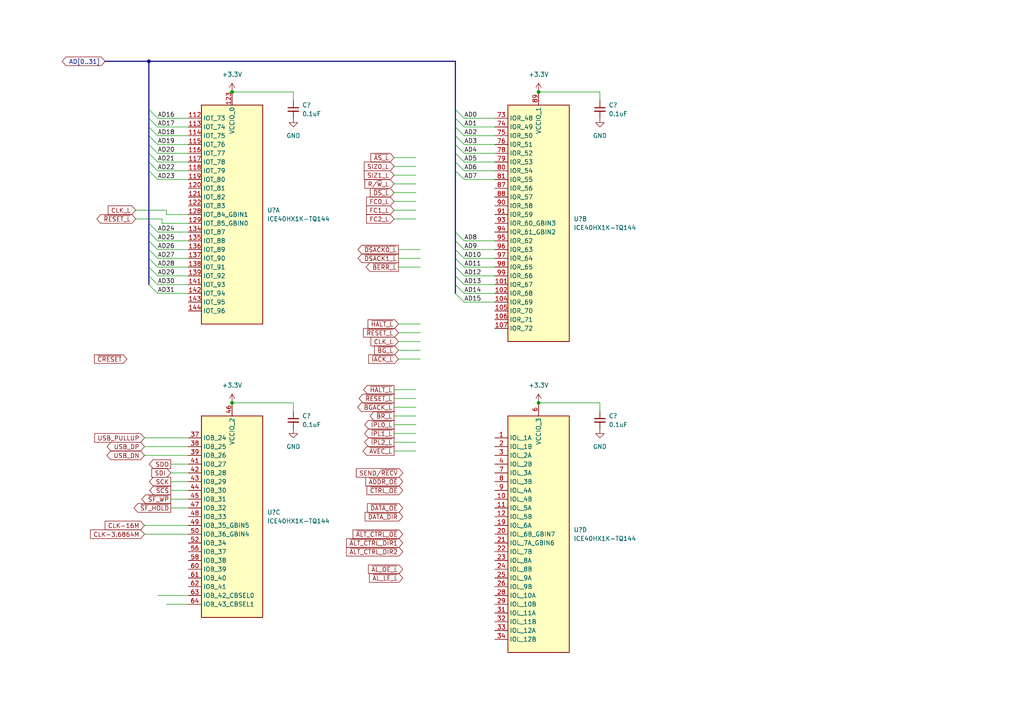
<source format=kicad_sch>
(kicad_sch (version 20211123) (generator eeschema)
  (paper "A4")
  (lib_symbols
    (symbol "Device:C_Small" (pin_numbers hide) (pin_names (offset 0.254) hide)
      (property "Reference" "C" (at 0.254 1.778 0))
      (property "Value" "C_Small" (at 0.254 -2.032 0))
      (symbol "C_Small_0_1"
        (polyline (pts (xy -1.524 -0.508) (xy 1.524 -0.508)) (stroke (width 0.3302)))
        (polyline (pts (xy -1.524 0.508) (xy 1.524 0.508)) (stroke (width 0.3048)))
      )
      (symbol "C_Small_1_1"
        (pin passive line (at 0 2.54 270) (length 2.032) (name "~") (number "1"))
        (pin passive line (at 0 -2.54 90) (length 2.032) (name "~") (number "2"))
      )
    )
    (symbol "FPGA_Lattice:ICE40HX1K-TQ144"
      (property "Reference" "U" (at -6.35 36.83 0))
      (property "Value" "ICE40HX1K-TQ144" (at 10.16 36.83 0))
      (symbol "ICE40HX1K-TQ144_1_1"
        (rectangle (start -8.89 31.75) (end 8.89 -31.75) (stroke (width 0.254)) (fill (type background)))
        (pin bidirectional line (at -12.7 27.94 0) (length 3.81) (name "IOT_73") (number "112"))
        (pin bidirectional line (at -12.7 25.4 0) (length 3.81) (name "IOT_74") (number "113"))
        (pin bidirectional line (at -12.7 22.86 0) (length 3.81) (name "IOT_75") (number "114"))
        (pin bidirectional line (at -12.7 20.32 0) (length 3.81) (name "IOT_76") (number "115"))
        (pin bidirectional line (at -12.7 17.78 0) (length 3.81) (name "IOT_77") (number "116"))
        (pin bidirectional line (at -12.7 15.24 0) (length 3.81) (name "IOT_78") (number "117"))
        (pin bidirectional line (at -12.7 12.7 0) (length 3.81) (name "IOT_79") (number "118"))
        (pin bidirectional line (at -12.7 10.16 0) (length 3.81) (name "IOT_80") (number "119"))
        (pin bidirectional line (at -12.7 7.62 0) (length 3.81) (name "IOT_81") (number "120"))
        (pin bidirectional line (at -12.7 5.08 0) (length 3.81) (name "IOT_82") (number "121"))
        (pin bidirectional line (at -12.7 2.54 0) (length 3.81) (name "IOT_83") (number "122"))
        (pin power_in line (at 0 35.56 270) (length 3.81) (name "VCCIO_0") (number "123"))
        (pin bidirectional line (at -12.7 0 0) (length 3.81) (name "IOT_84_GBIN1") (number "128"))
        (pin bidirectional line (at -12.7 -2.54 0) (length 3.81) (name "IOT_85_GBIN0") (number "129"))
        (pin passive line (at 0 35.56 270) (length 3.81) hide (name "VCCIO_0") (number "133"))
        (pin bidirectional line (at -12.7 -5.08 0) (length 3.81) (name "IOT_87") (number "134"))
        (pin bidirectional line (at -12.7 -7.62 0) (length 3.81) (name "IOT_88") (number "135"))
        (pin bidirectional line (at -12.7 -10.16 0) (length 3.81) (name "IOT_89") (number "136"))
        (pin bidirectional line (at -12.7 -12.7 0) (length 3.81) (name "IOT_90") (number "137"))
        (pin bidirectional line (at -12.7 -15.24 0) (length 3.81) (name "IOT_91") (number "138"))
        (pin bidirectional line (at -12.7 -17.78 0) (length 3.81) (name "IOT_92") (number "139"))
        (pin bidirectional line (at -12.7 -20.32 0) (length 3.81) (name "IOT_93") (number "141"))
        (pin bidirectional line (at -12.7 -22.86 0) (length 3.81) (name "IOT_94") (number "142"))
        (pin bidirectional line (at -12.7 -25.4 0) (length 3.81) (name "IOT_95") (number "143"))
        (pin bidirectional line (at -12.7 -27.94 0) (length 3.81) (name "IOT_96") (number "144"))
        (pin no_connect line (at 7.62 10.16 180) (length 3.81) hide (name "NC") (number "15"))
        (pin no_connect line (at 7.62 7.62 180) (length 3.81) hide (name "NC") (number "16"))
        (pin no_connect line (at 7.62 5.08 180) (length 3.81) hide (name "NC") (number "17"))
        (pin no_connect line (at 7.62 -7.62 180) (length 3.81) hide (name "NC") (number "18"))
        (pin no_connect line (at 7.62 -10.16 180) (length 3.81) hide (name "NC") (number "77"))
      )
      (symbol "ICE40HX1K-TQ144_2_1"
        (rectangle (start -8.89 34.29) (end 8.89 -34.29) (stroke (width 0.254)) (fill (type background)))
        (pin passive line (at 0 38.1 270) (length 3.81) hide (name "VCCIO_1") (number "100"))
        (pin bidirectional line (at -12.7 -17.78 0) (length 3.81) (name "IOR_67") (number "101"))
        (pin bidirectional line (at -12.7 -20.32 0) (length 3.81) (name "IOR_68") (number "102"))
        (pin bidirectional line (at -12.7 -22.86 0) (length 3.81) (name "IOR_69") (number "104"))
        (pin bidirectional line (at -12.7 -25.4 0) (length 3.81) (name "IOR_70") (number "105"))
        (pin bidirectional line (at -12.7 -27.94 0) (length 3.81) (name "IOR_71") (number "106"))
        (pin bidirectional line (at -12.7 -30.48 0) (length 3.81) (name "IOR_72") (number "107"))
        (pin no_connect line (at 7.62 10.16 180) (length 3.81) hide (name "NC") (number "40"))
        (pin no_connect line (at 7.62 7.62 180) (length 3.81) hide (name "NC") (number "53"))
        (pin no_connect line (at 7.62 5.08 180) (length 3.81) hide (name "NC") (number "54"))
        (pin no_connect line (at 7.62 -7.62 180) (length 3.81) hide (name "NC") (number "55"))
        (pin bidirectional line (at -12.7 30.48 0) (length 3.81) (name "IOR_48") (number "73"))
        (pin bidirectional line (at -12.7 27.94 0) (length 3.81) (name "IOR_49") (number "74"))
        (pin bidirectional line (at -12.7 25.4 0) (length 3.81) (name "IOR_50") (number "75"))
        (pin bidirectional line (at -12.7 22.86 0) (length 3.81) (name "IOR_51") (number "76"))
        (pin bidirectional line (at -12.7 20.32 0) (length 3.81) (name "IOR_52") (number "78"))
        (pin bidirectional line (at -12.7 17.78 0) (length 3.81) (name "IOR_53") (number "79"))
        (pin bidirectional line (at -12.7 15.24 0) (length 3.81) (name "IOR_54") (number "80"))
        (pin bidirectional line (at -12.7 12.7 0) (length 3.81) (name "IOR_55") (number "81"))
        (pin no_connect line (at 7.62 -10.16 180) (length 3.81) hide (name "NC") (number "82"))
        (pin bidirectional line (at -12.7 10.16 0) (length 3.81) (name "IOR_56") (number "87"))
        (pin bidirectional line (at -12.7 7.62 0) (length 3.81) (name "IOR_57") (number "88"))
        (pin power_in line (at 0 38.1 270) (length 3.81) (name "VCCIO_1") (number "89"))
        (pin bidirectional line (at -12.7 5.08 0) (length 3.81) (name "IOR_58") (number "90"))
        (pin bidirectional line (at -12.7 2.54 0) (length 3.81) (name "IOR_59") (number "91"))
        (pin bidirectional line (at -12.7 0 0) (length 3.81) (name "IOR_60_GBIN3") (number "93"))
        (pin bidirectional line (at -12.7 -2.54 0) (length 3.81) (name "IOR_61_GBIN2") (number "94"))
        (pin bidirectional line (at -12.7 -5.08 0) (length 3.81) (name "IOR_62") (number "95"))
        (pin bidirectional line (at -12.7 -7.62 0) (length 3.81) (name "IOR_63") (number "96"))
        (pin bidirectional line (at -12.7 -10.16 0) (length 3.81) (name "IOR_64") (number "97"))
        (pin bidirectional line (at -12.7 -12.7 0) (length 3.81) (name "IOR_65") (number "98"))
        (pin bidirectional line (at -12.7 -15.24 0) (length 3.81) (name "IOR_66") (number "99"))
      )
      (symbol "ICE40HX1K-TQ144_3_1"
        (rectangle (start -8.89 29.21) (end 8.89 -29.21) (stroke (width 0.254)) (fill (type background)))
        (pin no_connect line (at 7.62 -10.16 180) (length 3.81) hide (name "NC") (number "110"))
        (pin no_connect line (at 7.62 -17.78 180) (length 3.81) hide (name "NC") (number "124"))
        (pin bidirectional line (at -12.7 22.86 0) (length 3.81) (name "IOB_24") (number "37"))
        (pin bidirectional line (at -12.7 20.32 0) (length 3.81) (name "IOB_25") (number "38"))
        (pin bidirectional line (at -12.7 17.78 0) (length 3.81) (name "IOB_26") (number "39"))
        (pin bidirectional line (at -12.7 15.24 0) (length 3.81) (name "IOB_27") (number "41"))
        (pin bidirectional line (at -12.7 12.7 0) (length 3.81) (name "IOB_28") (number "42"))
        (pin bidirectional line (at -12.7 10.16 0) (length 3.81) (name "IOB_29") (number "43"))
        (pin bidirectional line (at -12.7 7.62 0) (length 3.81) (name "IOB_30") (number "44"))
        (pin bidirectional line (at -12.7 5.08 0) (length 3.81) (name "IOB_31") (number "45"))
        (pin power_in line (at 0 33.02 270) (length 3.81) (name "VCCIO_2") (number "46"))
        (pin bidirectional line (at -12.7 2.54 0) (length 3.81) (name "IOB_32") (number "47"))
        (pin bidirectional line (at -12.7 0 0) (length 3.81) (name "IOB_33") (number "48"))
        (pin bidirectional line (at -12.7 -2.54 0) (length 3.81) (name "IOB_35_GBIN5") (number "49"))
        (pin bidirectional line (at -12.7 -5.08 0) (length 3.81) (name "IOB_36_GBIN4") (number "50"))
        (pin bidirectional line (at -12.7 -7.62 0) (length 3.81) (name "IOB_34") (number "52"))
        (pin bidirectional line (at -12.7 -10.16 0) (length 3.81) (name "IOB_37") (number "56"))
        (pin passive line (at 0 33.02 270) (length 3.81) hide (name "VCCIO_2") (number "57"))
        (pin bidirectional line (at -12.7 -12.7 0) (length 3.81) (name "IOB_38") (number "58"))
        (pin bidirectional line (at -12.7 -15.24 0) (length 3.81) (name "IOB_39") (number "60"))
        (pin bidirectional line (at -12.7 -17.78 0) (length 3.81) (name "IOB_40") (number "61"))
        (pin bidirectional line (at -12.7 -20.32 0) (length 3.81) (name "IOB_41") (number "62"))
        (pin bidirectional line (at -12.7 -22.86 0) (length 3.81) (name "IOB_42_CBSEL0") (number "63"))
        (pin bidirectional line (at -12.7 -25.4 0) (length 3.81) (name "IOB_43_CBSEL1") (number "64"))
        (pin no_connect line (at 7.62 10.16 180) (length 3.81) hide (name "NC") (number "83"))
        (pin no_connect line (at 7.62 7.62 180) (length 3.81) hide (name "NC") (number "84"))
        (pin no_connect line (at 7.62 -12.7 180) (length 3.81) hide (name "NC") (number "85"))
      )
      (symbol "ICE40HX1K-TQ144_4_1"
        (rectangle (start -8.89 34.29) (end 8.89 -34.29) (stroke (width 0.254)) (fill (type background)))
        (pin bidirectional line (at -12.7 27.94 0) (length 3.81) (name "IOL_1A") (number "1"))
        (pin bidirectional line (at -12.7 10.16 0) (length 3.81) (name "IOL_4B") (number "10"))
        (pin bidirectional line (at -12.7 7.62 0) (length 3.81) (name "IOL_5A") (number "11"))
        (pin bidirectional line (at -12.7 5.08 0) (length 3.81) (name "IOL_5B") (number "12"))
        (pin no_connect line (at 7.62 10.16 180) (length 3.81) hide (name "NC") (number "125"))
        (pin no_connect line (at 7.62 7.62 180) (length 3.81) hide (name "NC") (number "126"))
        (pin no_connect line (at 7.62 5.08 180) (length 3.81) hide (name "NC") (number "127"))
        (pin no_connect line (at 7.62 -7.62 180) (length 3.81) hide (name "NC") (number "130"))
        (pin no_connect line (at 7.62 -10.16 180) (length 3.81) hide (name "NC") (number "131"))
        (pin bidirectional line (at -12.7 2.54 0) (length 3.81) (name "IOL_6A") (number "19"))
        (pin bidirectional line (at -12.7 25.4 0) (length 3.81) (name "IOL_1B") (number "2"))
        (pin bidirectional line (at -12.7 0 0) (length 3.81) (name "IOL_6B_GBIN7") (number "20"))
        (pin bidirectional line (at -12.7 -2.54 0) (length 3.81) (name "IOL_7A_GBIN6") (number "21"))
        (pin bidirectional line (at -12.7 -5.08 0) (length 3.81) (name "IOL_7B") (number "22"))
        (pin bidirectional line (at -12.7 -7.62 0) (length 3.81) (name "IOL_8A") (number "23"))
        (pin bidirectional line (at -12.7 -10.16 0) (length 3.81) (name "IOL_8B") (number "24"))
        (pin bidirectional line (at -12.7 -12.7 0) (length 3.81) (name "IOL_9A") (number "25"))
        (pin bidirectional line (at -12.7 -15.24 0) (length 3.81) (name "IOL_9B") (number "26"))
        (pin bidirectional line (at -12.7 -17.78 0) (length 3.81) (name "IOL_10A") (number "28"))
        (pin bidirectional line (at -12.7 -20.32 0) (length 3.81) (name "IOL_10B") (number "29"))
        (pin bidirectional line (at -12.7 22.86 0) (length 3.81) (name "IOL_2A") (number "3"))
        (pin passive line (at 0 38.1 270) (length 3.81) hide (name "VCCIO_3") (number "30"))
        (pin bidirectional line (at -12.7 -22.86 0) (length 3.81) (name "IOL_11A") (number "31"))
        (pin bidirectional line (at -12.7 -25.4 0) (length 3.81) (name "IOL_11B") (number "32"))
        (pin bidirectional line (at -12.7 -27.94 0) (length 3.81) (name "IOL_12A") (number "33"))
        (pin bidirectional line (at -12.7 -30.48 0) (length 3.81) (name "IOL_12B") (number "34"))
        (pin bidirectional line (at -12.7 20.32 0) (length 3.81) (name "IOL_2B") (number "4"))
        (pin power_in line (at 0 38.1 270) (length 3.81) (name "VCCIO_3") (number "6"))
        (pin bidirectional line (at -12.7 17.78 0) (length 3.81) (name "IOL_3A") (number "7"))
        (pin bidirectional line (at -12.7 15.24 0) (length 3.81) (name "IOL_3B") (number "8"))
        (pin bidirectional line (at -12.7 12.7 0) (length 3.81) (name "IOL_4A") (number "9"))
      )
      (symbol "ICE40HX1K-TQ144_5_1"
        (rectangle (start -11.43 13.97) (end 11.43 -13.97) (stroke (width 0.254)) (fill (type background)))
        (pin passive line (at 0 -17.78 90) (length 3.81) hide (name "GND") (number "103"))
        (pin power_in line (at 2.54 17.78 270) (length 3.81) (name "VPP_2V5") (number "108"))
        (pin power_in line (at -2.54 17.78 270) (length 3.81) (name "VPP_FAST") (number "109"))
        (pin passive line (at 0 17.78 270) (length 3.81) hide (name "VCC") (number "111"))
        (pin passive line (at 0 -17.78 90) (length 3.81) hide (name "GND") (number "13"))
        (pin passive line (at 0 -17.78 90) (length 3.81) hide (name "GND") (number "132"))
        (pin passive line (at 0 -17.78 90) (length 3.81) hide (name "GND") (number "14"))
        (pin passive line (at 0 -17.78 90) (length 3.81) hide (name "GND") (number "140"))
        (pin power_in line (at 0 17.78 270) (length 3.81) (name "VCC") (number "27"))
        (pin power_in line (at 7.62 -17.78 90) (length 3.81) (name "GNDPLL") (number "35"))
        (pin power_in line (at 7.62 17.78 270) (length 3.81) (name "VCCPLL") (number "36"))
        (pin power_in line (at 0 -17.78 90) (length 3.81) (name "GND") (number "5"))
        (pin passive line (at 0 17.78 270) (length 3.81) hide (name "VCC") (number "51"))
        (pin passive line (at 0 -17.78 90) (length 3.81) hide (name "GND") (number "59"))
        (pin open_collector line (at 15.24 0 180) (length 3.81) (name "CDONE") (number "65"))
        (pin input line (at -15.24 -10.16 0) (length 3.81) (name "~{CRESET_B}") (number "66"))
        (pin bidirectional line (at -15.24 2.54 0) (length 3.81) (name "IOB_44_SDO") (number "67"))
        (pin bidirectional line (at -15.24 0 0) (length 3.81) (name "IOB_45_SDI") (number "68"))
        (pin passive line (at 0 -17.78 90) (length 3.81) hide (name "GND") (number "69"))
        (pin bidirectional line (at -15.24 -2.54 0) (length 3.81) (name "IOB_46_SCK") (number "70"))
        (pin bidirectional line (at -15.24 -5.08 0) (length 3.81) (name "IOB_47_SS") (number "71"))
        (pin power_in line (at -7.62 17.78 270) (length 3.81) (name "VCC_SPI") (number "72"))
        (pin passive line (at 0 -17.78 90) (length 3.81) hide (name "GND") (number "86"))
        (pin passive line (at 0 17.78 270) (length 3.81) hide (name "VCC") (number "92"))
      )
    )
    (symbol "power:+3.3V" (power) (pin_names (offset 0))
      (property "Value" "+3.3V" (at 0 3.556 0))
      (symbol "+3.3V_0_1"
        (polyline (pts (xy -0.762 1.27) (xy 0 2.54)))
        (polyline (pts (xy 0 0) (xy 0 2.54)))
        (polyline (pts (xy 0 2.54) (xy 0.762 1.27)))
      )
      (symbol "+3.3V_1_1"
        (pin power_in line (at 0 0 90) (length 0) hide (name "+3.3V") (number "1"))
      )
    )
    (symbol "power:GND" (power) (pin_names (offset 0))
      (property "Value" "GND" (at 0 -3.81 0))
      (symbol "GND_0_1"
        (polyline (pts (xy 0 0) (xy 0 -1.27) (xy 1.27 -1.27) (xy 0 -2.54) (xy -1.27 -1.27) (xy 0 -1.27)))
      )
      (symbol "GND_1_1"
        (pin power_in line (at 0 0 270) (length 0) hide (name "GND") (number "1"))
      )
    )
  )
  (junction (at 43.18 17.78))
  (junction (at 156.21 116.84))
  (junction (at 156.21 26.67))
  (junction (at 67.31 116.84))
  (junction (at 67.31 26.67))
  (bus_entry (at 43.18 36.83) (size 2.54 2.54))
  (bus_entry (at 132.08 31.75) (size 2.54 2.54))
  (bus_entry (at 43.18 69.85) (size 2.54 2.54))
  (bus_entry (at 132.08 69.85) (size 2.54 2.54))
  (bus_entry (at 43.18 49.53) (size 2.54 2.54))
  (bus_entry (at 132.08 49.53) (size 2.54 2.54))
  (bus_entry (at 43.18 72.39) (size 2.54 2.54))
  (bus_entry (at 43.18 67.31) (size 2.54 2.54))
  (bus_entry (at 43.18 80.01) (size 2.54 2.54))
  (bus_entry (at 43.18 34.29) (size 2.54 2.54))
  (bus_entry (at 43.18 39.37) (size 2.54 2.54))
  (bus_entry (at 43.18 41.91) (size 2.54 2.54))
  (bus_entry (at 132.08 36.83) (size 2.54 2.54))
  (bus_entry (at 43.18 77.47) (size 2.54 2.54))
  (bus_entry (at 132.08 39.37) (size 2.54 2.54))
  (bus_entry (at 43.18 82.55) (size 2.54 2.54))
  (bus_entry (at 43.18 64.77) (size 2.54 2.54))
  (bus_entry (at 43.18 46.99) (size 2.54 2.54))
  (bus_entry (at 132.08 80.01) (size 2.54 2.54))
  (bus_entry (at 132.08 74.93) (size 2.54 2.54))
  (bus_entry (at 43.18 31.75) (size 2.54 2.54))
  (bus_entry (at 132.08 34.29) (size 2.54 2.54))
  (bus_entry (at 132.08 67.31) (size 2.54 2.54))
  (bus_entry (at 132.08 77.47) (size 2.54 2.54))
  (bus_entry (at 132.08 44.45) (size 2.54 2.54))
  (bus_entry (at 132.08 85.09) (size 2.54 2.54))
  (bus_entry (at 132.08 72.39) (size 2.54 2.54))
  (bus_entry (at 132.08 82.55) (size 2.54 2.54))
  (bus_entry (at 43.18 44.45) (size 2.54 2.54))
  (bus_entry (at 132.08 41.91) (size 2.54 2.54))
  (bus_entry (at 132.08 46.99) (size 2.54 2.54))
  (bus_entry (at 43.18 74.93) (size 2.54 2.54))
  (bus (pts (xy 132.08 72.39) (xy 132.08 74.93)))
  (wire (pts (xy 114.3 55.88) (xy 120.65 55.88)))
  (wire (pts (xy 134.62 87.63) (xy 143.51 87.63)))
  (bus (pts (xy 43.18 17.78) (xy 43.18 31.75)))
  (wire (pts (xy 134.62 85.09) (xy 143.51 85.09)))
  (wire (pts (xy 120.65 48.26) (xy 114.3 48.26)))
  (bus (pts (xy 132.08 49.53) (xy 132.08 67.31)))
  (wire (pts (xy 120.65 45.72) (xy 114.3 45.72)))
  (wire (pts (xy 115.57 72.39) (xy 121.92 72.39)))
  (wire (pts (xy 134.62 82.55) (xy 143.51 82.55)))
  (wire (pts (xy 114.3 125.73) (xy 120.65 125.73)))
  (wire (pts (xy 134.62 36.83) (xy 143.51 36.83)))
  (wire (pts (xy 45.72 39.37) (xy 54.61 39.37)))
  (wire (pts (xy 115.57 99.06) (xy 121.92 99.06)))
  (wire (pts (xy 85.09 116.84) (xy 85.09 119.38)))
  (wire (pts (xy 45.72 74.93) (xy 54.61 74.93)))
  (wire (pts (xy 114.3 115.57) (xy 120.65 115.57)))
  (wire (pts (xy 45.72 82.55) (xy 54.61 82.55)))
  (bus (pts (xy 132.08 44.45) (xy 132.08 46.99)))
  (wire (pts (xy 120.65 120.65) (xy 114.3 120.65)))
  (wire (pts (xy 85.09 26.67) (xy 85.09 29.21)))
  (bus (pts (xy 43.18 77.47) (xy 43.18 80.01)))
  (wire (pts (xy 121.92 101.6) (xy 115.57 101.6)))
  (wire (pts (xy 120.65 63.5) (xy 114.3 63.5)))
  (bus (pts (xy 30.48 17.78) (xy 43.18 17.78)))
  (wire (pts (xy 134.62 74.93) (xy 143.51 74.93)))
  (wire (pts (xy 48.26 60.96) (xy 48.26 62.23)))
  (wire (pts (xy 67.31 116.84) (xy 85.09 116.84)))
  (wire (pts (xy 45.72 36.83) (xy 54.61 36.83)))
  (wire (pts (xy 45.72 69.85) (xy 54.61 69.85)))
  (bus (pts (xy 43.18 74.93) (xy 43.18 77.47)))
  (wire (pts (xy 54.61 172.72) (xy 45.72 172.72)))
  (wire (pts (xy 45.72 67.31) (xy 54.61 67.31)))
  (bus (pts (xy 132.08 69.85) (xy 132.08 72.39)))
  (bus (pts (xy 43.18 49.53) (xy 43.18 64.77)))
  (wire (pts (xy 45.72 85.09) (xy 54.61 85.09)))
  (wire (pts (xy 115.57 104.14) (xy 121.92 104.14)))
  (wire (pts (xy 48.26 62.23) (xy 54.61 62.23)))
  (wire (pts (xy 67.31 26.67) (xy 85.09 26.67)))
  (wire (pts (xy 173.99 116.84) (xy 173.99 119.38)))
  (wire (pts (xy 114.3 123.19) (xy 120.65 123.19)))
  (bus (pts (xy 132.08 41.91) (xy 132.08 44.45)))
  (wire (pts (xy 46.99 64.77) (xy 54.61 64.77)))
  (wire (pts (xy 134.62 52.07) (xy 143.51 52.07)))
  (bus (pts (xy 43.18 72.39) (xy 43.18 74.93)))
  (wire (pts (xy 134.62 72.39) (xy 143.51 72.39)))
  (wire (pts (xy 45.72 77.47) (xy 54.61 77.47)))
  (bus (pts (xy 43.18 44.45) (xy 43.18 46.99)))
  (wire (pts (xy 54.61 147.32) (xy 49.53 147.32)))
  (bus (pts (xy 132.08 34.29) (xy 132.08 36.83)))
  (bus (pts (xy 43.18 80.01) (xy 43.18 82.55)))
  (bus (pts (xy 43.18 64.77) (xy 43.18 67.31)))
  (wire (pts (xy 134.62 39.37) (xy 143.51 39.37)))
  (wire (pts (xy 45.72 80.01) (xy 54.61 80.01)))
  (wire (pts (xy 41.91 129.54) (xy 54.61 129.54)))
  (wire (pts (xy 41.91 127) (xy 54.61 127)))
  (wire (pts (xy 114.3 58.42) (xy 120.65 58.42)))
  (wire (pts (xy 46.99 63.5) (xy 46.99 64.77)))
  (wire (pts (xy 54.61 139.7) (xy 49.53 139.7)))
  (wire (pts (xy 134.62 80.01) (xy 143.51 80.01)))
  (wire (pts (xy 114.3 130.81) (xy 120.65 130.81)))
  (bus (pts (xy 132.08 74.93) (xy 132.08 77.47)))
  (bus (pts (xy 132.08 17.78) (xy 132.08 31.75)))
  (bus (pts (xy 43.18 17.78) (xy 132.08 17.78)))
  (wire (pts (xy 115.57 93.98) (xy 121.92 93.98)))
  (wire (pts (xy 134.62 34.29) (xy 143.51 34.29)))
  (wire (pts (xy 41.91 154.94) (xy 54.61 154.94)))
  (bus (pts (xy 132.08 39.37) (xy 132.08 41.91)))
  (bus (pts (xy 43.18 46.99) (xy 43.18 49.53)))
  (wire (pts (xy 49.53 137.16) (xy 54.61 137.16)))
  (bus (pts (xy 43.18 36.83) (xy 43.18 39.37)))
  (bus (pts (xy 132.08 67.31) (xy 132.08 69.85)))
  (wire (pts (xy 45.72 52.07) (xy 54.61 52.07)))
  (wire (pts (xy 45.72 49.53) (xy 54.61 49.53)))
  (wire (pts (xy 115.57 96.52) (xy 121.92 96.52)))
  (wire (pts (xy 134.62 41.91) (xy 143.51 41.91)))
  (bus (pts (xy 132.08 36.83) (xy 132.08 39.37)))
  (wire (pts (xy 115.57 74.93) (xy 121.92 74.93)))
  (bus (pts (xy 132.08 46.99) (xy 132.08 49.53)))
  (wire (pts (xy 45.72 72.39) (xy 54.61 72.39)))
  (wire (pts (xy 39.37 63.5) (xy 46.99 63.5)))
  (bus (pts (xy 43.18 39.37) (xy 43.18 41.91)))
  (wire (pts (xy 114.3 118.11) (xy 120.65 118.11)))
  (wire (pts (xy 121.92 77.47) (xy 115.57 77.47)))
  (bus (pts (xy 132.08 82.55) (xy 132.08 85.09)))
  (bus (pts (xy 43.18 34.29) (xy 43.18 36.83)))
  (wire (pts (xy 41.91 152.4) (xy 54.61 152.4)))
  (bus (pts (xy 43.18 31.75) (xy 43.18 34.29)))
  (wire (pts (xy 54.61 144.78) (xy 49.53 144.78)))
  (wire (pts (xy 114.3 128.27) (xy 120.65 128.27)))
  (wire (pts (xy 156.21 26.67) (xy 173.99 26.67)))
  (wire (pts (xy 173.99 26.67) (xy 173.99 29.21)))
  (wire (pts (xy 54.61 134.62) (xy 49.53 134.62)))
  (bus (pts (xy 43.18 67.31) (xy 43.18 69.85)))
  (bus (pts (xy 43.18 69.85) (xy 43.18 72.39)))
  (wire (pts (xy 45.72 41.91) (xy 54.61 41.91)))
  (wire (pts (xy 114.3 60.96) (xy 120.65 60.96)))
  (wire (pts (xy 41.91 132.08) (xy 54.61 132.08)))
  (wire (pts (xy 134.62 46.99) (xy 143.51 46.99)))
  (bus (pts (xy 132.08 77.47) (xy 132.08 80.01)))
  (wire (pts (xy 45.72 34.29) (xy 54.61 34.29)))
  (bus (pts (xy 132.08 80.01) (xy 132.08 82.55)))
  (wire (pts (xy 114.3 53.34) (xy 120.65 53.34)))
  (wire (pts (xy 114.3 113.03) (xy 120.65 113.03)))
  (wire (pts (xy 134.62 49.53) (xy 143.51 49.53)))
  (wire (pts (xy 134.62 44.45) (xy 143.51 44.45)))
  (wire (pts (xy 120.65 50.8) (xy 114.3 50.8)))
  (wire (pts (xy 134.62 69.85) (xy 143.51 69.85)))
  (bus (pts (xy 132.08 31.75) (xy 132.08 34.29)))
  (wire (pts (xy 156.21 116.84) (xy 173.99 116.84)))
  (bus (pts (xy 43.18 41.91) (xy 43.18 44.45)))
  (wire (pts (xy 45.72 46.99) (xy 54.61 46.99)))
  (wire (pts (xy 134.62 77.47) (xy 143.51 77.47)))
  (wire (pts (xy 54.61 175.26) (xy 48.26 175.26)))
  (wire (pts (xy 54.61 142.24) (xy 49.53 142.24)))
  (wire (pts (xy 45.72 44.45) (xy 54.61 44.45)))
  (wire (pts (xy 39.37 60.96) (xy 48.26 60.96)))
  (label "AD1" (at 134.62 36.83 0))
  (label "AD12" (at 134.62 80.01 0))
  (label "AD29" (at 45.72 80.01 0))
  (label "AD16" (at 45.72 34.29 0))
  (label "AD19" (at 45.72 41.91 0))
  (label "AD8" (at 134.62 69.85 0))
  (label "AD13" (at 134.62 82.55 0))
  (label "AD17" (at 45.72 36.83 0))
  (label "AD26" (at 45.72 72.39 0))
  (label "AD11" (at 134.62 77.47 0))
  (label "AD9" (at 134.62 72.39 0))
  (label "AD22" (at 45.72 49.53 0))
  (label "AD10" (at 134.62 74.93 0))
  (label "AD20" (at 45.72 44.45 0))
  (label "AD7" (at 134.62 52.07 0))
  (label "AD6" (at 134.62 49.53 0))
  (label "AD24" (at 45.72 67.31 0))
  (label "AD2" (at 134.62 39.37 0))
  (label "AD0" (at 134.62 34.29 0))
  (label "AD15" (at 134.62 87.63 0))
  (label "AD14" (at 134.62 85.09 0))
  (label "AD28" (at 45.72 77.47 0))
  (label "AD4" (at 134.62 44.45 0))
  (label "AD21" (at 45.72 46.99 0))
  (label "AD23" (at 45.72 52.07 0))
  (label "AD25" (at 45.72 69.85 0))
  (label "AD27" (at 45.72 74.93 0))
  (label "AD5" (at 134.62 46.99 0))
  (label "AD30" (at 45.72 82.55 0))
  (label "AD31" (at 45.72 85.09 0))
  (label "AD18" (at 45.72 39.37 0))
  (label "AD3" (at 134.62 41.91 0))
  (global_label "~{DATA_DIR}" (shape input) (at 116.84 149.86 180) (property "Intersheet References" "${INTERSHEET_REFS}" (effects hide)))
  (global_label "~{SCS}" (shape output) (at 49.53 142.24 180) (property "Intersheet References" "${INTERSHEET_REFS}" (effects hide)))
  (global_label "USB_PULLUP" (shape input) (at 41.91 127 180) (property "Intersheet References" "${INTERSHEET_REFS}" (effects hide)))
  (global_label "~{IPL1_L}" (shape output) (at 114.3 125.73 180) (property "Intersheet References" "${INTERSHEET_REFS}" (effects hide)))
  (global_label "CLK-16M" (shape input) (at 41.91 152.4 180) (property "Intersheet References" "${INTERSHEET_REFS}" (effects hide)))
  (global_label "SCK" (shape output) (at 49.53 139.7 180) (property "Intersheet References" "${INTERSHEET_REFS}" (effects hide)))
  (global_label "~{BERR_L}" (shape output) (at 115.57 77.47 180) (property "Intersheet References" "${INTERSHEET_REFS}" (effects hide)))
  (global_label "~{AL_OE_L}" (shape input) (at 116.84 165.1 180) (property "Intersheet References" "${INTERSHEET_REFS}" (effects hide)))
  (global_label "~{AS_L}" (shape input) (at 114.3 45.72 180) (property "Intersheet References" "${INTERSHEET_REFS}" (effects hide)))
  (global_label "~{BR_L}" (shape output) (at 114.3 120.65 180) (property "Intersheet References" "${INTERSHEET_REFS}" (effects hide)))
  (global_label "~{DATA_OE}" (shape input) (at 116.84 147.32 180) (property "Intersheet References" "${INTERSHEET_REFS}" (effects hide)))
  (global_label "CLK_L" (shape input) (at 39.37 60.96 180) (property "Intersheet References" "${INTERSHEET_REFS}" (effects hide)))
  (global_label "~{BGACK_L}" (shape output) (at 114.3 118.11 180) (property "Intersheet References" "${INTERSHEET_REFS}" (effects hide)))
  (global_label "SIZ1_L" (shape input) (at 114.3 50.8 180) (property "Intersheet References" "${INTERSHEET_REFS}" (effects hide)))
  (global_label "~{ALT_CTRL_DIR2}" (shape input) (at 116.84 160.02 180) (property "Intersheet References" "${INTERSHEET_REFS}" (effects hide)))
  (global_label "~{SF_WP}" (shape output) (at 49.53 144.78 180) (property "Intersheet References" "${INTERSHEET_REFS}" (effects hide)))
  (global_label "~{CRESET}" (shape input) (at 36.83 104.14 180) (property "Intersheet References" "${INTERSHEET_REFS}" (effects hide)))
  (global_label "~{DS_L}" (shape input) (at 114.3 55.88 180) (property "Intersheet References" "${INTERSHEET_REFS}" (effects hide)))
  (global_label "~{DSACK1_L}" (shape output) (at 115.57 74.93 180) (property "Intersheet References" "${INTERSHEET_REFS}" (effects hide)))
  (global_label "CLK-3.6864M" (shape input) (at 41.91 154.94 180) (property "Intersheet References" "${INTERSHEET_REFS}" (effects hide)))
  (global_label "~{IPL2_L}" (shape output) (at 114.3 128.27 180) (property "Intersheet References" "${INTERSHEET_REFS}" (effects hide)))
  (global_label "~{ALT_CTRL_DIR1}" (shape input) (at 116.84 157.48 180) (property "Intersheet References" "${INTERSHEET_REFS}" (effects hide)))
  (global_label "USB_DP" (shape bidirectional) (at 41.91 129.54 180) (property "Intersheet References" "${INTERSHEET_REFS}" (effects hide)))
  (global_label "~{AVEC_L}" (shape output) (at 114.3 130.81 180) (property "Intersheet References" "${INTERSHEET_REFS}" (effects hide)))
  (global_label "FC2_L" (shape input) (at 114.3 63.5 180) (property "Intersheet References" "${INTERSHEET_REFS}" (effects hide)))
  (global_label "~{RESET_L}" (shape output) (at 114.3 115.57 180) (property "Intersheet References" "${INTERSHEET_REFS}" (effects hide)))
  (global_label "AD[0..31]" (shape bidirectional) (at 30.48 17.78 180) (property "Intersheet References" "${INTERSHEET_REFS}" (effects hide)))
  (global_label "~{AL_LE_L}" (shape input) (at 116.84 167.64 180) (property "Intersheet References" "${INTERSHEET_REFS}" (effects hide)))
  (global_label "R{slash}~{W}_L" (shape input) (at 114.3 53.34 180) (property "Intersheet References" "${INTERSHEET_REFS}" (effects hide)))
  (global_label "CLK_L" (shape input) (at 115.57 99.06 180) (property "Intersheet References" "${INTERSHEET_REFS}" (effects hide)))
  (global_label "~{BG_L}" (shape input) (at 115.57 101.6 180) (property "Intersheet References" "${INTERSHEET_REFS}" (effects hide)))
  (global_label "SEND{slash}~{RECV}" (shape input) (at 116.84 137.16 180) (property "Intersheet References" "${INTERSHEET_REFS}" (effects hide)))
  (global_label "~{HALT_L}" (shape output) (at 114.3 113.03 180) (property "Intersheet References" "${INTERSHEET_REFS}" (effects hide)))
  (global_label "~{HALT_L}" (shape input) (at 115.57 93.98 180) (property "Intersheet References" "${INTERSHEET_REFS}" (effects hide)))
  (global_label "~{DSACK0_L}" (shape output) (at 115.57 72.39 180) (property "Intersheet References" "${INTERSHEET_REFS}" (effects hide)))
  (global_label "SDO" (shape output) (at 49.53 134.62 180) (property "Intersheet References" "${INTERSHEET_REFS}" (effects hide)))
  (global_label "~{SF_HOLD}" (shape output) (at 49.53 147.32 180) (property "Intersheet References" "${INTERSHEET_REFS}" (effects hide)))
  (global_label "~{ADDR_OE}" (shape input) (at 116.84 139.7 180) (property "Intersheet References" "${INTERSHEET_REFS}" (effects hide)))
  (global_label "SIZ0_L" (shape input) (at 114.3 48.26 180) (property "Intersheet References" "${INTERSHEET_REFS}" (effects hide)))
  (global_label "FC1_L" (shape input) (at 114.3 60.96 180) (property "Intersheet References" "${INTERSHEET_REFS}" (effects hide)))
  (global_label "USB_DN" (shape bidirectional) (at 41.91 132.08 180) (property "Intersheet References" "${INTERSHEET_REFS}" (effects hide)))
  (global_label "~{IACK_L}" (shape input) (at 115.57 104.14 180) (property "Intersheet References" "${INTERSHEET_REFS}" (effects hide)))
  (global_label "~{CTRL_OE}" (shape input) (at 116.84 142.24 180) (property "Intersheet References" "${INTERSHEET_REFS}" (effects hide)))
  (global_label "~{RESET_L}" (shape bidirectional) (at 39.37 63.5 180) (property "Intersheet References" "${INTERSHEET_REFS}" (effects hide)))
  (global_label "FC0_L" (shape input) (at 114.3 58.42 180) (property "Intersheet References" "${INTERSHEET_REFS}" (effects hide)))
  (global_label "~{RESET_L}" (shape input) (at 115.57 96.52 180) (property "Intersheet References" "${INTERSHEET_REFS}" (effects hide)))
  (global_label "~{ALT_CTRL_OE}" (shape input) (at 116.84 154.94 180) (property "Intersheet References" "${INTERSHEET_REFS}" (effects hide)))
  (global_label "~{IPL0_L}" (shape output) (at 114.3 123.19 180) (property "Intersheet References" "${INTERSHEET_REFS}" (effects hide)))
  (global_label "SDI" (shape input) (at 49.53 137.16 180) (property "Intersheet References" "${INTERSHEET_REFS}" (effects hide)))
  (symbol (lib_id "FPGA_Lattice:ICE40HX1K-TQ144") (at 156.21 154.94 0) (unit 4)
    (property "Reference" "U?" (at 166.37 153.6699 0) (effects (justify left)))
    (property "Value" "ICE40HX1K-TQ144" (at 166.37 156.2099 0) (effects (justify left)))
    (property "Footprint" "Package_QFP:TQFP-144_20x20mm_P0.5mm" (effects hide))
    (property "Datasheet" "http://www.latticesemi.com/Products/FPGAandCPLD/iCE40" (effects hide))
  )
  (symbol (lib_id "Device:C_Small") (at 85.09 31.75 0) (unit 1)
    (property "Reference" "C?" (at 87.63 30.4862 0) (effects (justify left)))
    (property "Value" "0.1uF" (at 87.63 33.0262 0) (effects (justify left)))
  )
  (symbol (lib_id "FPGA_Lattice:ICE40HX1K-TQ144") (at 156.21 64.77 0) (unit 2)
    (property "Reference" "U?" (at 166.37 63.4999 0) (effects (justify left)))
    (property "Value" "ICE40HX1K-TQ144" (at 166.37 66.0399 0) (effects (justify left)))
    (property "Footprint" "Package_QFP:TQFP-144_20x20mm_P0.5mm" (effects hide))
    (property "Datasheet" "http://www.latticesemi.com/Products/FPGAandCPLD/iCE40" (effects hide))
  )
  (symbol (lib_id "power:+3.3V") (at 156.21 26.67 0) (unit 1)
    (property "Reference" "#PWR0123" (effects hide))
    (property "Value" "+3.3V" (at 156.21 21.59 0))
  )
  (symbol (lib_id "power:+3.3V") (at 156.21 116.84 0) (unit 1)
    (property "Reference" "#PWR0124" (effects hide))
    (property "Value" "+3.3V" (at 156.21 111.76 0))
  )
  (symbol (lib_id "power:GND") (at 85.09 34.29 0) (unit 1)
    (property "Reference" "#PWR0121" (effects hide))
    (property "Value" "GND" (at 85.09 39.37 0))
  )
  (symbol (lib_id "power:GND") (at 173.99 34.29 0) (unit 1)
    (property "Reference" "#PWR0122" (effects hide))
    (property "Value" "GND" (at 173.99 39.37 0))
  )
  (symbol (lib_id "power:GND") (at 85.09 124.46 0) (unit 1)
    (property "Reference" "#PWR0126" (effects hide))
    (property "Value" "GND" (at 85.09 129.54 0))
  )
  (symbol (lib_id "FPGA_Lattice:ICE40HX1K-TQ144") (at 67.31 62.23 0) (unit 1)
    (property "Reference" "U?" (at 77.47 60.9599 0) (effects (justify left)))
    (property "Value" "ICE40HX1K-TQ144" (at 77.47 63.4999 0) (effects (justify left)))
    (property "Footprint" "Package_QFP:TQFP-144_20x20mm_P0.5mm" (effects hide))
    (property "Datasheet" "http://www.latticesemi.com/Products/FPGAandCPLD/iCE40" (effects hide))
  )
  (symbol (lib_id "Device:C_Small") (at 85.09 121.92 0) (unit 1)
    (property "Reference" "C?" (at 87.63 120.6562 0) (effects (justify left)))
    (property "Value" "0.1uF" (at 87.63 123.1962 0) (effects (justify left)))
  )
  (symbol (lib_id "power:+3.3V") (at 67.31 26.67 0) (unit 1)
    (property "Reference" "#PWR0128" (effects hide))
    (property "Value" "+3.3V" (at 67.31 21.59 0))
  )
  (symbol (lib_id "Device:C_Small") (at 173.99 121.92 0) (unit 1)
    (property "Reference" "C?" (at 176.53 120.6562 0) (effects (justify left)))
    (property "Value" "0.1uF" (at 176.53 123.1962 0) (effects (justify left)))
  )
  (symbol (lib_id "power:GND") (at 173.99 124.46 0) (unit 1)
    (property "Reference" "#PWR0125" (effects hide))
    (property "Value" "GND" (at 173.99 129.54 0))
  )
  (symbol (lib_id "Device:C_Small") (at 173.99 31.75 0) (unit 1)
    (property "Reference" "C?" (at 176.53 30.4862 0) (effects (justify left)))
    (property "Value" "0.1uF" (at 176.53 33.0262 0) (effects (justify left)))
  )
  (symbol (lib_id "power:+3.3V") (at 67.31 116.84 0) (unit 1)
    (property "Reference" "#PWR0127" (effects hide))
    (property "Value" "+3.3V" (at 67.31 111.76 0))
  )
  (symbol (lib_id "FPGA_Lattice:ICE40HX1K-TQ144") (at 67.31 149.86 0) (unit 3)
    (property "Reference" "U?" (at 77.47 148.5899 0) (effects (justify left)))
    (property "Value" "ICE40HX1K-TQ144" (at 77.47 151.1299 0) (effects (justify left)))
    (property "Footprint" "Package_QFP:TQFP-144_20x20mm_P0.5mm" (effects hide))
    (property "Datasheet" "http://www.latticesemi.com/Products/FPGAandCPLD/iCE40" (effects hide))
  )
)
</source>
